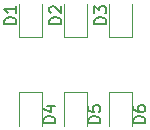
<source format=gbr>
%TF.GenerationSoftware,KiCad,Pcbnew,7.0.1*%
%TF.CreationDate,2023-07-19T22:53:13+03:00*%
%TF.ProjectId,korry-led-pcb,6b6f7272-792d-46c6-9564-2d7063622e6b,rev?*%
%TF.SameCoordinates,Original*%
%TF.FileFunction,Legend,Top*%
%TF.FilePolarity,Positive*%
%FSLAX46Y46*%
G04 Gerber Fmt 4.6, Leading zero omitted, Abs format (unit mm)*
G04 Created by KiCad (PCBNEW 7.0.1) date 2023-07-19 22:53:13*
%MOMM*%
%LPD*%
G01*
G04 APERTURE LIST*
%ADD10C,0.150000*%
%ADD11C,0.120000*%
G04 APERTURE END LIST*
D10*
%TO.C,D6*%
X116412619Y-115292094D02*
X115412619Y-115292094D01*
X115412619Y-115292094D02*
X115412619Y-115053999D01*
X115412619Y-115053999D02*
X115460238Y-114911142D01*
X115460238Y-114911142D02*
X115555476Y-114815904D01*
X115555476Y-114815904D02*
X115650714Y-114768285D01*
X115650714Y-114768285D02*
X115841190Y-114720666D01*
X115841190Y-114720666D02*
X115984047Y-114720666D01*
X115984047Y-114720666D02*
X116174523Y-114768285D01*
X116174523Y-114768285D02*
X116269761Y-114815904D01*
X116269761Y-114815904D02*
X116365000Y-114911142D01*
X116365000Y-114911142D02*
X116412619Y-115053999D01*
X116412619Y-115053999D02*
X116412619Y-115292094D01*
X115412619Y-113863523D02*
X115412619Y-114053999D01*
X115412619Y-114053999D02*
X115460238Y-114149237D01*
X115460238Y-114149237D02*
X115507857Y-114196856D01*
X115507857Y-114196856D02*
X115650714Y-114292094D01*
X115650714Y-114292094D02*
X115841190Y-114339713D01*
X115841190Y-114339713D02*
X116222142Y-114339713D01*
X116222142Y-114339713D02*
X116317380Y-114292094D01*
X116317380Y-114292094D02*
X116365000Y-114244475D01*
X116365000Y-114244475D02*
X116412619Y-114149237D01*
X116412619Y-114149237D02*
X116412619Y-113958761D01*
X116412619Y-113958761D02*
X116365000Y-113863523D01*
X116365000Y-113863523D02*
X116317380Y-113815904D01*
X116317380Y-113815904D02*
X116222142Y-113768285D01*
X116222142Y-113768285D02*
X115984047Y-113768285D01*
X115984047Y-113768285D02*
X115888809Y-113815904D01*
X115888809Y-113815904D02*
X115841190Y-113863523D01*
X115841190Y-113863523D02*
X115793571Y-113958761D01*
X115793571Y-113958761D02*
X115793571Y-114149237D01*
X115793571Y-114149237D02*
X115841190Y-114244475D01*
X115841190Y-114244475D02*
X115888809Y-114292094D01*
X115888809Y-114292094D02*
X115984047Y-114339713D01*
%TO.C,D5*%
X112602619Y-115292094D02*
X111602619Y-115292094D01*
X111602619Y-115292094D02*
X111602619Y-115053999D01*
X111602619Y-115053999D02*
X111650238Y-114911142D01*
X111650238Y-114911142D02*
X111745476Y-114815904D01*
X111745476Y-114815904D02*
X111840714Y-114768285D01*
X111840714Y-114768285D02*
X112031190Y-114720666D01*
X112031190Y-114720666D02*
X112174047Y-114720666D01*
X112174047Y-114720666D02*
X112364523Y-114768285D01*
X112364523Y-114768285D02*
X112459761Y-114815904D01*
X112459761Y-114815904D02*
X112555000Y-114911142D01*
X112555000Y-114911142D02*
X112602619Y-115053999D01*
X112602619Y-115053999D02*
X112602619Y-115292094D01*
X111602619Y-113815904D02*
X111602619Y-114292094D01*
X111602619Y-114292094D02*
X112078809Y-114339713D01*
X112078809Y-114339713D02*
X112031190Y-114292094D01*
X112031190Y-114292094D02*
X111983571Y-114196856D01*
X111983571Y-114196856D02*
X111983571Y-113958761D01*
X111983571Y-113958761D02*
X112031190Y-113863523D01*
X112031190Y-113863523D02*
X112078809Y-113815904D01*
X112078809Y-113815904D02*
X112174047Y-113768285D01*
X112174047Y-113768285D02*
X112412142Y-113768285D01*
X112412142Y-113768285D02*
X112507380Y-113815904D01*
X112507380Y-113815904D02*
X112555000Y-113863523D01*
X112555000Y-113863523D02*
X112602619Y-113958761D01*
X112602619Y-113958761D02*
X112602619Y-114196856D01*
X112602619Y-114196856D02*
X112555000Y-114292094D01*
X112555000Y-114292094D02*
X112507380Y-114339713D01*
%TO.C,D4*%
X108792619Y-115292094D02*
X107792619Y-115292094D01*
X107792619Y-115292094D02*
X107792619Y-115053999D01*
X107792619Y-115053999D02*
X107840238Y-114911142D01*
X107840238Y-114911142D02*
X107935476Y-114815904D01*
X107935476Y-114815904D02*
X108030714Y-114768285D01*
X108030714Y-114768285D02*
X108221190Y-114720666D01*
X108221190Y-114720666D02*
X108364047Y-114720666D01*
X108364047Y-114720666D02*
X108554523Y-114768285D01*
X108554523Y-114768285D02*
X108649761Y-114815904D01*
X108649761Y-114815904D02*
X108745000Y-114911142D01*
X108745000Y-114911142D02*
X108792619Y-115053999D01*
X108792619Y-115053999D02*
X108792619Y-115292094D01*
X108125952Y-113863523D02*
X108792619Y-113863523D01*
X107745000Y-114101618D02*
X108459285Y-114339713D01*
X108459285Y-114339713D02*
X108459285Y-113720666D01*
%TO.C,D3*%
X113112619Y-106910094D02*
X112112619Y-106910094D01*
X112112619Y-106910094D02*
X112112619Y-106671999D01*
X112112619Y-106671999D02*
X112160238Y-106529142D01*
X112160238Y-106529142D02*
X112255476Y-106433904D01*
X112255476Y-106433904D02*
X112350714Y-106386285D01*
X112350714Y-106386285D02*
X112541190Y-106338666D01*
X112541190Y-106338666D02*
X112684047Y-106338666D01*
X112684047Y-106338666D02*
X112874523Y-106386285D01*
X112874523Y-106386285D02*
X112969761Y-106433904D01*
X112969761Y-106433904D02*
X113065000Y-106529142D01*
X113065000Y-106529142D02*
X113112619Y-106671999D01*
X113112619Y-106671999D02*
X113112619Y-106910094D01*
X112112619Y-106005332D02*
X112112619Y-105386285D01*
X112112619Y-105386285D02*
X112493571Y-105719618D01*
X112493571Y-105719618D02*
X112493571Y-105576761D01*
X112493571Y-105576761D02*
X112541190Y-105481523D01*
X112541190Y-105481523D02*
X112588809Y-105433904D01*
X112588809Y-105433904D02*
X112684047Y-105386285D01*
X112684047Y-105386285D02*
X112922142Y-105386285D01*
X112922142Y-105386285D02*
X113017380Y-105433904D01*
X113017380Y-105433904D02*
X113065000Y-105481523D01*
X113065000Y-105481523D02*
X113112619Y-105576761D01*
X113112619Y-105576761D02*
X113112619Y-105862475D01*
X113112619Y-105862475D02*
X113065000Y-105957713D01*
X113065000Y-105957713D02*
X113017380Y-106005332D01*
%TO.C,D2*%
X109302619Y-106910094D02*
X108302619Y-106910094D01*
X108302619Y-106910094D02*
X108302619Y-106671999D01*
X108302619Y-106671999D02*
X108350238Y-106529142D01*
X108350238Y-106529142D02*
X108445476Y-106433904D01*
X108445476Y-106433904D02*
X108540714Y-106386285D01*
X108540714Y-106386285D02*
X108731190Y-106338666D01*
X108731190Y-106338666D02*
X108874047Y-106338666D01*
X108874047Y-106338666D02*
X109064523Y-106386285D01*
X109064523Y-106386285D02*
X109159761Y-106433904D01*
X109159761Y-106433904D02*
X109255000Y-106529142D01*
X109255000Y-106529142D02*
X109302619Y-106671999D01*
X109302619Y-106671999D02*
X109302619Y-106910094D01*
X108397857Y-105957713D02*
X108350238Y-105910094D01*
X108350238Y-105910094D02*
X108302619Y-105814856D01*
X108302619Y-105814856D02*
X108302619Y-105576761D01*
X108302619Y-105576761D02*
X108350238Y-105481523D01*
X108350238Y-105481523D02*
X108397857Y-105433904D01*
X108397857Y-105433904D02*
X108493095Y-105386285D01*
X108493095Y-105386285D02*
X108588333Y-105386285D01*
X108588333Y-105386285D02*
X108731190Y-105433904D01*
X108731190Y-105433904D02*
X109302619Y-106005332D01*
X109302619Y-106005332D02*
X109302619Y-105386285D01*
%TO.C,D1*%
X105492619Y-106910094D02*
X104492619Y-106910094D01*
X104492619Y-106910094D02*
X104492619Y-106671999D01*
X104492619Y-106671999D02*
X104540238Y-106529142D01*
X104540238Y-106529142D02*
X104635476Y-106433904D01*
X104635476Y-106433904D02*
X104730714Y-106386285D01*
X104730714Y-106386285D02*
X104921190Y-106338666D01*
X104921190Y-106338666D02*
X105064047Y-106338666D01*
X105064047Y-106338666D02*
X105254523Y-106386285D01*
X105254523Y-106386285D02*
X105349761Y-106433904D01*
X105349761Y-106433904D02*
X105445000Y-106529142D01*
X105445000Y-106529142D02*
X105492619Y-106671999D01*
X105492619Y-106671999D02*
X105492619Y-106910094D01*
X105492619Y-105386285D02*
X105492619Y-105957713D01*
X105492619Y-105671999D02*
X104492619Y-105671999D01*
X104492619Y-105671999D02*
X104635476Y-105767237D01*
X104635476Y-105767237D02*
X104730714Y-105862475D01*
X104730714Y-105862475D02*
X104778333Y-105957713D01*
D11*
%TO.C,D6*%
X113340000Y-112694000D02*
X113340000Y-115554000D01*
X115260000Y-115554000D02*
X115260000Y-112694000D01*
X115260000Y-112694000D02*
X113340000Y-112694000D01*
%TO.C,D5*%
X109530000Y-112694000D02*
X109530000Y-115554000D01*
X111450000Y-115554000D02*
X111450000Y-112694000D01*
X111450000Y-112694000D02*
X109530000Y-112694000D01*
%TO.C,D4*%
X105720000Y-112694000D02*
X105720000Y-115554000D01*
X107640000Y-115554000D02*
X107640000Y-112694000D01*
X107640000Y-112694000D02*
X105720000Y-112694000D01*
%TO.C,D3*%
X113340000Y-108032000D02*
X115260000Y-108032000D01*
X113340000Y-105172000D02*
X113340000Y-108032000D01*
X115260000Y-108032000D02*
X115260000Y-105172000D01*
%TO.C,D2*%
X111450000Y-108032000D02*
X111450000Y-105172000D01*
X109530000Y-105172000D02*
X109530000Y-108032000D01*
X109530000Y-108032000D02*
X111450000Y-108032000D01*
%TO.C,D1*%
X107640000Y-108032000D02*
X107640000Y-105172000D01*
X105720000Y-105172000D02*
X105720000Y-108032000D01*
X105720000Y-108032000D02*
X107640000Y-108032000D01*
%TD*%
M02*

</source>
